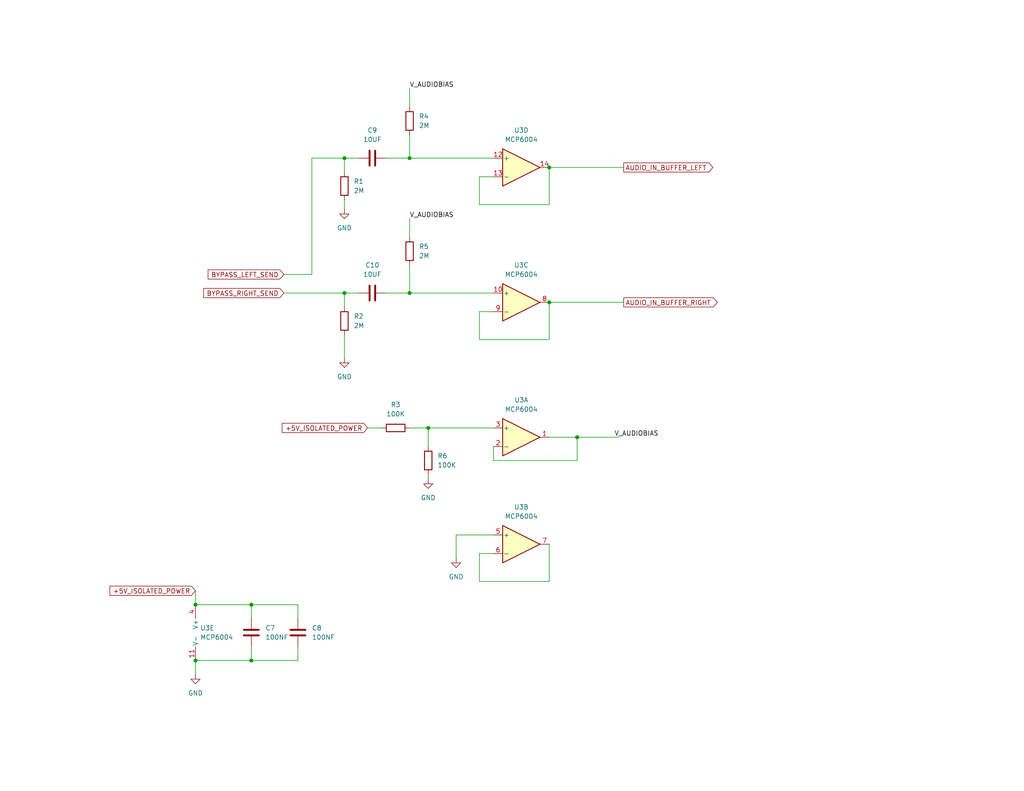
<source format=kicad_sch>
(kicad_sch (version 20230121) (generator eeschema)
  (paper "USLetter")
  (title_block (title "Daisy Seed Guitar Pedal 125B") (date "2023-04-14") (rev "3") (company "Made by Keith Shepherd (kshep@mac.com)") (comment 1 "https://github.com/electro-smith/Hardware/blob/master/reference/daisy_petal/") (comment 2 "Schematic from the Electro-Smith Daisy Petal Reference Hardware Rev 5"))
  (lib_symbols
    (symbol "Amplifier_Operational:MCP6004" (pin_names (offset 0.127))
      (property "Reference" "U" (at 0 5.08 0))
      (property "Value" "MCP6004" (at 0 -5.08 0))
      (symbol "MCP6004_1_1"
        (polyline (pts (xy -5.08 5.08) (xy 5.08 0) (xy -5.08 -5.08) (xy -5.08 5.08)) (stroke (width 0.254)) (fill (type background)))
        (pin output line (at 7.62 0 180) (length 2.54) (name "~") (number "1"))
        (pin input line (at -7.62 -2.54 0) (length 2.54) (name "-") (number "2"))
        (pin input line (at -7.62 2.54 0) (length 2.54) (name "+") (number "3"))
      )
      (symbol "MCP6004_2_1"
        (polyline (pts (xy -5.08 5.08) (xy 5.08 0) (xy -5.08 -5.08) (xy -5.08 5.08)) (stroke (width 0.254)) (fill (type background)))
        (pin input line (at -7.62 2.54 0) (length 2.54) (name "+") (number "5"))
        (pin input line (at -7.62 -2.54 0) (length 2.54) (name "-") (number "6"))
        (pin output line (at 7.62 0 180) (length 2.54) (name "~") (number "7"))
      )
      (symbol "MCP6004_3_1"
        (polyline (pts (xy -5.08 5.08) (xy 5.08 0) (xy -5.08 -5.08) (xy -5.08 5.08)) (stroke (width 0.254)) (fill (type background)))
        (pin input line (at -7.62 2.54 0) (length 2.54) (name "+") (number "10"))
        (pin output line (at 7.62 0 180) (length 2.54) (name "~") (number "8"))
        (pin input line (at -7.62 -2.54 0) (length 2.54) (name "-") (number "9"))
      )
      (symbol "MCP6004_4_1"
        (polyline (pts (xy -5.08 5.08) (xy 5.08 0) (xy -5.08 -5.08) (xy -5.08 5.08)) (stroke (width 0.254)) (fill (type background)))
        (pin input line (at -7.62 2.54 0) (length 2.54) (name "+") (number "12"))
        (pin input line (at -7.62 -2.54 0) (length 2.54) (name "-") (number "13"))
        (pin output line (at 7.62 0 180) (length 2.54) (name "~") (number "14"))
      )
      (symbol "MCP6004_5_1"
        (pin power_in line (at -2.54 -7.62 90) (length 3.81) (name "V-") (number "11"))
        (pin power_in line (at -2.54 7.62 270) (length 3.81) (name "V+") (number "4"))
      )
    )
    (symbol "Device:C" (pin_numbers hide) (pin_names (offset 0.254))
      (property "Reference" "C" (at 0.635 2.54 0))
      (property "Value" "C" (at 0.635 -2.54 0))
      (symbol "C_0_1"
        (polyline (pts (xy -2.032 -0.762) (xy 2.032 -0.762)) (stroke (width 0.508)))
        (polyline (pts (xy -2.032 0.762) (xy 2.032 0.762)) (stroke (width 0.508)))
      )
      (symbol "C_1_1"
        (pin passive line (at 0 3.81 270) (length 2.794) (name "~") (number "1"))
        (pin passive line (at 0 -3.81 90) (length 2.794) (name "~") (number "2"))
      )
    )
    (symbol "Device:R" (pin_numbers hide) (pin_names (offset 0))
      (property "Reference" "R" (at 2.032 0 90))
      (property "Value" "R" (at 0 0 90))
      (symbol "R_0_1"
        (rectangle (start -1.016 -2.54) (end 1.016 2.54) (stroke (width 0.254)))
      )
      (symbol "R_1_1"
        (pin passive line (at 0 3.81 270) (length 1.27) (name "~") (number "1"))
        (pin passive line (at 0 -3.81 90) (length 1.27) (name "~") (number "2"))
      )
    )
    (symbol "power:GND" (power) (pin_names (offset 0))
      (property "Value" "GND" (at 0 -3.81 0))
      (symbol "GND_0_1"
        (polyline (pts (xy 0 0) (xy 0 -1.27) (xy 1.27 -1.27) (xy 0 -2.54) (xy -1.27 -1.27) (xy 0 -1.27)))
      )
      (symbol "GND_1_1"
        (pin power_in line (at 0 0 270) (length 0) hide (name "GND") (number "1"))
      )
    )
  )
  (junction (at 93.98 43.18))
  (junction (at 149.86 45.72))
  (junction (at 53.34 180.34))
  (junction (at 93.98 80.01))
  (junction (at 68.58 180.34))
  (junction (at 149.86 82.55))
  (junction (at 111.76 80.01))
  (junction (at 111.76 43.18))
  (junction (at 68.58 165.1))
  (junction (at 157.48 119.38))
  (junction (at 116.84 116.84))
  (junction (at 53.34 165.1))
  (wire (pts (xy 116.84 116.84) (xy 134.62 116.84)))
  (wire (pts (xy 68.58 180.34) (xy 81.28 180.34)))
  (wire (pts (xy 130.81 48.26) (xy 134.62 48.26)))
  (wire (pts (xy 149.86 82.55) (xy 149.86 92.71)))
  (wire (pts (xy 149.86 45.72) (xy 149.86 55.88)))
  (wire (pts (xy 77.47 74.93) (xy 85.09 74.93)))
  (wire (pts (xy 111.76 36.83) (xy 111.76 43.18)))
  (wire (pts (xy 149.86 119.38) (xy 157.48 119.38)))
  (wire (pts (xy 68.58 165.1) (xy 81.28 165.1)))
  (wire (pts (xy 111.76 59.69) (xy 111.76 64.77)))
  (wire (pts (xy 111.76 72.39) (xy 111.76 80.01)))
  (wire (pts (xy 134.62 125.73) (xy 134.62 121.92)))
  (wire (pts (xy 157.48 119.38) (xy 157.48 125.73)))
  (wire (pts (xy 85.09 43.18) (xy 93.98 43.18)))
  (wire (pts (xy 116.84 129.54) (xy 116.84 130.81)))
  (wire (pts (xy 111.76 80.01) (xy 134.62 80.01)))
  (wire (pts (xy 68.58 176.53) (xy 68.58 180.34)))
  (wire (pts (xy 77.47 80.01) (xy 93.98 80.01)))
  (wire (pts (xy 149.86 148.59) (xy 149.86 158.75)))
  (wire (pts (xy 130.81 158.75) (xy 130.81 151.13)))
  (wire (pts (xy 53.34 161.29) (xy 53.34 165.1)))
  (wire (pts (xy 93.98 43.18) (xy 93.98 46.99)))
  (wire (pts (xy 124.46 146.05) (xy 124.46 152.4)))
  (wire (pts (xy 149.86 158.75) (xy 130.81 158.75)))
  (wire (pts (xy 111.76 116.84) (xy 116.84 116.84)))
  (wire (pts (xy 93.98 80.01) (xy 97.79 80.01)))
  (wire (pts (xy 53.34 180.34) (xy 53.34 184.15)))
  (wire (pts (xy 111.76 43.18) (xy 134.62 43.18)))
  (wire (pts (xy 68.58 165.1) (xy 68.58 168.91)))
  (wire (pts (xy 149.86 92.71) (xy 130.81 92.71)))
  (wire (pts (xy 81.28 165.1) (xy 81.28 168.91)))
  (wire (pts (xy 53.34 180.34) (xy 68.58 180.34)))
  (wire (pts (xy 93.98 54.61) (xy 93.98 57.15)))
  (wire (pts (xy 157.48 125.73) (xy 134.62 125.73)))
  (wire (pts (xy 149.86 45.72) (xy 170.18 45.72)))
  (wire (pts (xy 93.98 91.44) (xy 93.98 97.79)))
  (wire (pts (xy 157.48 119.38) (xy 168.91 119.38)))
  (wire (pts (xy 130.81 92.71) (xy 130.81 85.09)))
  (wire (pts (xy 105.41 43.18) (xy 111.76 43.18)))
  (wire (pts (xy 134.62 146.05) (xy 124.46 146.05)))
  (wire (pts (xy 53.34 165.1) (xy 68.58 165.1)))
  (wire (pts (xy 93.98 80.01) (xy 93.98 83.82)))
  (wire (pts (xy 130.81 151.13) (xy 134.62 151.13)))
  (wire (pts (xy 116.84 116.84) (xy 116.84 121.92)))
  (wire (pts (xy 93.98 43.18) (xy 97.79 43.18)))
  (wire (pts (xy 149.86 55.88) (xy 130.81 55.88)))
  (wire (pts (xy 111.76 24.13) (xy 111.76 29.21)))
  (wire (pts (xy 81.28 176.53) (xy 81.28 180.34)))
  (wire (pts (xy 85.09 43.18) (xy 85.09 74.93)))
  (wire (pts (xy 149.86 82.55) (xy 170.18 82.55)))
  (wire (pts (xy 100.33 116.84) (xy 104.14 116.84)))
  (wire (pts (xy 105.41 80.01) (xy 111.76 80.01)))
  (wire (pts (xy 130.81 55.88) (xy 130.81 48.26)))
  (wire (pts (xy 130.81 85.09) (xy 134.62 85.09)))
  (label "V_AUDIOBIAS" (at 167.64 119.38 0))
  (label "V_AUDIOBIAS" (at 111.76 59.69 0))
  (label "V_AUDIOBIAS" (at 111.76 24.13 0))
  (global_label "+5V_ISOLATED_POWER" (shape input) (at 53.34 161.29 180) (property "Intersheetrefs" "${INTERSHEET_REFS}" (effects hide)))
  (global_label "AUDIO_IN_BUFFER_LEFT" (shape output) (at 170.18 45.72 0) (property "Intersheetrefs" "${INTERSHEET_REFS}" (effects hide)))
  (global_label "AUDIO_IN_BUFFER_RIGHT" (shape output) (at 170.18 82.55 0) (property "Intersheetrefs" "${INTERSHEET_REFS}" (effects hide)))
  (global_label "BYPASS_LEFT_SEND" (shape input) (at 77.47 74.93 180) (property "Intersheetrefs" "${INTERSHEET_REFS}" (effects hide)))
  (global_label "+5V_ISOLATED_POWER" (shape input) (at 100.33 116.84 180) (property "Intersheetrefs" "${INTERSHEET_REFS}" (effects hide)))
  (global_label "BYPASS_RIGHT_SEND" (shape input) (at 77.47 80.01 180) (property "Intersheetrefs" "${INTERSHEET_REFS}" (effects hide)))
  (symbol (lib_id "power:GND") (at 93.98 97.79 0) (unit 1)
    (property "Reference" "#PWR010" (effects hide))
    (property "Value" "GND" (at 93.98 102.87 0))
  )
  (symbol (lib_id "Device:C") (at 101.6 80.01 90) (unit 1)
    (property "Reference" "C10" (at 101.6 72.39 90))
    (property "Value" "10UF" (at 101.6 74.93 90))
    (property "Footprint" "Capacitor_SMD:C_0805_2012Metric" (effects hide))
  )
  (symbol (lib_id "Device:R") (at 93.98 87.63 0) (unit 1)
    (property "Reference" "R2" (at 96.52 86.3599 0) (effects (justify left)))
    (property "Value" "2M" (at 96.52 88.8999 0) (effects (justify left)))
    (property "Footprint" "Resistor_SMD:R_0805_2012Metric" (effects hide))
  )
  (symbol (lib_id "Device:R") (at 116.84 125.73 0) (unit 1)
    (property "Reference" "R6" (at 119.38 124.4599 0) (effects (justify left)))
    (property "Value" "100K" (at 119.38 126.9999 0) (effects (justify left)))
    (property "Footprint" "Resistor_SMD:R_0805_2012Metric" (effects hide))
  )
  (symbol (lib_id "Amplifier_Operational:MCP6004") (at 142.24 45.72 0) (unit 4)
    (property "Reference" "U3" (at 142.24 35.56 0))
    (property "Value" "MCP6004" (at 142.24 38.1 0))
    (property "Footprint" "Package_SO:SOIC-14_3.9x8.7mm_P1.27mm" (effects hide))
    (property "Datasheet" "http://ww1.microchip.com/downloads/en/DeviceDoc/21733j.pdf" (effects hide))
  )
  (symbol (lib_id "Device:R") (at 107.95 116.84 90) (unit 1)
    (property "Reference" "R3" (at 107.95 110.49 90))
    (property "Value" "100K" (at 107.95 113.03 90))
    (property "Footprint" "Resistor_SMD:R_0805_2012Metric" (effects hide))
  )
  (symbol (lib_id "Device:C") (at 81.28 172.72 0) (unit 1)
    (property "Reference" "C8" (at 85.09 171.4499 0) (effects (justify left)))
    (property "Value" "100NF" (at 85.09 173.9899 0) (effects (justify left)))
    (property "Footprint" "Capacitor_SMD:C_0805_2012Metric" (effects hide))
  )
  (symbol (lib_id "power:GND") (at 93.98 57.15 0) (unit 1)
    (property "Reference" "#PWR09" (effects hide))
    (property "Value" "GND" (at 93.98 62.23 0))
  )
  (symbol (lib_id "Device:R") (at 93.98 50.8 0) (unit 1)
    (property "Reference" "R1" (at 96.52 49.5299 0) (effects (justify left)))
    (property "Value" "2M" (at 96.52 52.0699 0) (effects (justify left)))
    (property "Footprint" "Resistor_SMD:R_0805_2012Metric" (effects hide))
  )
  (symbol (lib_id "Amplifier_Operational:MCP6004") (at 142.24 148.59 0) (unit 2)
    (property "Reference" "U3" (at 142.24 138.43 0))
    (property "Value" "MCP6004" (at 142.24 140.97 0))
    (property "Footprint" "Package_SO:SOIC-14_3.9x8.7mm_P1.27mm" (effects hide))
    (property "Datasheet" "http://ww1.microchip.com/downloads/en/DeviceDoc/21733j.pdf" (effects hide))
  )
  (symbol (lib_id "Amplifier_Operational:MCP6004") (at 142.24 119.38 0) (unit 1)
    (property "Reference" "U3" (at 142.24 109.22 0))
    (property "Value" "MCP6004" (at 142.24 111.76 0))
    (property "Footprint" "Package_SO:SOIC-14_3.9x8.7mm_P1.27mm" (effects hide))
    (property "Datasheet" "http://ww1.microchip.com/downloads/en/DeviceDoc/21733j.pdf" (effects hide))
  )
  (symbol (lib_id "power:GND") (at 124.46 152.4 0) (unit 1)
    (property "Reference" "#PWR012" (effects hide))
    (property "Value" "GND" (at 124.46 157.48 0))
  )
  (symbol (lib_id "Device:R") (at 111.76 33.02 0) (unit 1)
    (property "Reference" "R4" (at 114.3 31.7499 0) (effects (justify left)))
    (property "Value" "2M" (at 114.3 34.2899 0) (effects (justify left)))
    (property "Footprint" "Resistor_SMD:R_0805_2012Metric" (effects hide))
  )
  (symbol (lib_id "Device:R") (at 111.76 68.58 0) (unit 1)
    (property "Reference" "R5" (at 114.3 67.3099 0) (effects (justify left)))
    (property "Value" "2M" (at 114.3 69.8499 0) (effects (justify left)))
    (property "Footprint" "Resistor_SMD:R_0805_2012Metric" (effects hide))
  )
  (symbol (lib_id "power:GND") (at 53.34 184.15 0) (unit 1)
    (property "Reference" "#PWR07" (effects hide))
    (property "Value" "GND" (at 53.34 189.23 0))
  )
  (symbol (lib_id "Amplifier_Operational:MCP6004") (at 142.24 82.55 0) (unit 3)
    (property "Reference" "U3" (at 142.24 72.39 0))
    (property "Value" "MCP6004" (at 142.24 74.93 0))
    (property "Footprint" "Package_SO:SOIC-14_3.9x8.7mm_P1.27mm" (effects hide))
    (property "Datasheet" "http://ww1.microchip.com/downloads/en/DeviceDoc/21733j.pdf" (effects hide))
  )
  (symbol (lib_id "power:GND") (at 116.84 130.81 0) (unit 1)
    (property "Reference" "#PWR011" (effects hide))
    (property "Value" "GND" (at 116.84 135.89 0))
  )
  (symbol (lib_id "Amplifier_Operational:MCP6004") (at 55.88 172.72 0) (unit 5)
    (property "Reference" "U3" (at 54.61 171.4499 0) (effects (justify left)))
    (property "Value" "MCP6004" (at 54.61 173.9899 0) (effects (justify left)))
    (property "Footprint" "Package_SO:SOIC-14_3.9x8.7mm_P1.27mm" (effects hide))
    (property "Datasheet" "http://ww1.microchip.com/downloads/en/DeviceDoc/21733j.pdf" (effects hide))
  )
  (symbol (lib_id "Device:C") (at 101.6 43.18 90) (unit 1)
    (property "Reference" "C9" (at 101.6 35.56 90))
    (property "Value" "10UF" (at 101.6 38.1 90))
    (property "Footprint" "Capacitor_SMD:C_0805_2012Metric" (effects hide))
  )
  (symbol (lib_id "Device:C") (at 68.58 172.72 0) (unit 1)
    (property "Reference" "C7" (at 72.39 171.4499 0) (effects (justify left)))
    (property "Value" "100NF" (at 72.39 173.9899 0) (effects (justify left)))
    (property "Footprint" "Capacitor_SMD:C_0805_2012Metric" (effects hide))
  )
)
</source>
